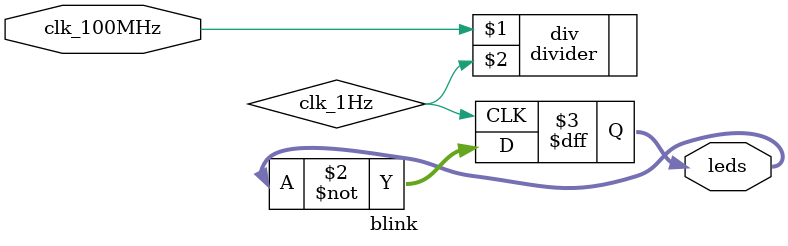
<source format=v>
`timescale 1ns / 1ps
`default_nettype none



module blink(
    input wire clk_100MHz,
    output reg [2:0] leds
    );
    
    wire clk_1Hz;
    divider #(100_000_000) div(clk_100MHz, clk_1Hz);
    
    always @(posedge clk_1Hz)
    begin
        leds <= ~leds;
    end
endmodule

</source>
